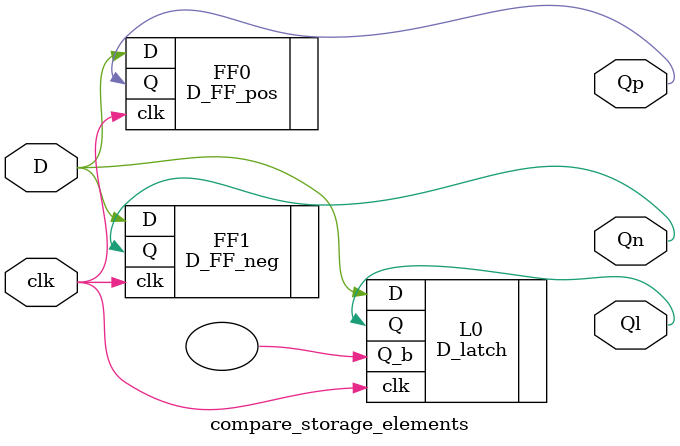
<source format=v>
`timescale 1ns / 1ps

module compare_storage_elements(
    input clk,
    input D,
    output Ql, Qp, Qn
    );
    
    D_latch L0 (
        .D(D),
        .clk(clk),
        .Q(Ql),
        .Q_b()
    );
    
    D_FF_pos FF0 (
        .D(D),
        .clk(clk),
        .Q(Qp)    
    );
    
    D_FF_neg FF1 (
        .D(D),
        .clk(clk),
        .Q(Qn)
    );
    
endmodule

</source>
